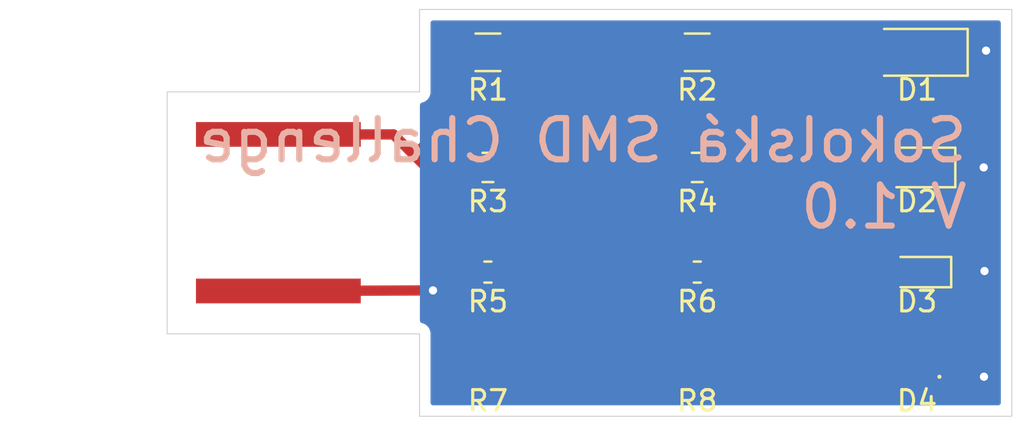
<source format=kicad_pcb>
(kicad_pcb (version 20171130) (host pcbnew 5.1.5+dfsg1-2build2)

  (general
    (thickness 1.6)
    (drawings 9)
    (tracks 38)
    (zones 0)
    (modules 13)
    (nets 11)
  )

  (page A4)
  (layers
    (0 F.Cu signal)
    (31 B.Cu signal)
    (32 B.Adhes user)
    (33 F.Adhes user)
    (34 B.Paste user)
    (35 F.Paste user)
    (36 B.SilkS user)
    (37 F.SilkS user)
    (38 B.Mask user)
    (39 F.Mask user)
    (40 Dwgs.User user)
    (41 Cmts.User user)
    (42 Eco1.User user)
    (43 Eco2.User user)
    (44 Edge.Cuts user)
    (45 Margin user)
    (46 B.CrtYd user)
    (47 F.CrtYd user)
    (48 B.Fab user)
    (49 F.Fab user hide)
  )

  (setup
    (last_trace_width 0.25)
    (user_trace_width 0.5)
    (trace_clearance 0.2)
    (zone_clearance 0.508)
    (zone_45_only no)
    (trace_min 0.2)
    (via_size 0.8)
    (via_drill 0.4)
    (via_min_size 0.4)
    (via_min_drill 0.3)
    (uvia_size 0.3)
    (uvia_drill 0.1)
    (uvias_allowed no)
    (uvia_min_size 0.2)
    (uvia_min_drill 0.1)
    (edge_width 0.05)
    (segment_width 0.2)
    (pcb_text_width 0.3)
    (pcb_text_size 1.5 1.5)
    (mod_edge_width 0.12)
    (mod_text_size 1 1)
    (mod_text_width 0.15)
    (pad_size 8 1.2)
    (pad_drill 0)
    (pad_to_mask_clearance 0.051)
    (solder_mask_min_width 0.25)
    (aux_axis_origin 0 0)
    (visible_elements 7FFFFFFF)
    (pcbplotparams
      (layerselection 0x010fc_ffffffff)
      (usegerberextensions false)
      (usegerberattributes false)
      (usegerberadvancedattributes false)
      (creategerberjobfile false)
      (excludeedgelayer true)
      (linewidth 0.100000)
      (plotframeref false)
      (viasonmask false)
      (mode 1)
      (useauxorigin false)
      (hpglpennumber 1)
      (hpglpenspeed 20)
      (hpglpendiameter 15.000000)
      (psnegative false)
      (psa4output false)
      (plotreference true)
      (plotvalue true)
      (plotinvisibletext false)
      (padsonsilk false)
      (subtractmaskfromsilk false)
      (outputformat 1)
      (mirror false)
      (drillshape 1)
      (scaleselection 1)
      (outputdirectory ""))
  )

  (net 0 "")
  (net 1 "Net-(D1-Pad2)")
  (net 2 GND)
  (net 3 "Net-(D2-Pad2)")
  (net 4 "Net-(D3-Pad2)")
  (net 5 "Net-(D4-Pad2)")
  (net 6 +5V)
  (net 7 "Net-(R1-Pad1)")
  (net 8 "Net-(R3-Pad1)")
  (net 9 "Net-(R5-Pad1)")
  (net 10 "Net-(R7-Pad1)")

  (net_class Default "Toto je výchozí třída sítě."
    (clearance 0.2)
    (trace_width 0.25)
    (via_dia 0.8)
    (via_drill 0.4)
    (uvia_dia 0.3)
    (uvia_drill 0.1)
    (add_net +5V)
    (add_net GND)
    (add_net "Net-(D1-Pad2)")
    (add_net "Net-(D2-Pad2)")
    (add_net "Net-(D3-Pad2)")
    (add_net "Net-(D4-Pad2)")
    (add_net "Net-(R1-Pad1)")
    (add_net "Net-(R3-Pad1)")
    (add_net "Net-(R5-Pad1)")
    (add_net "Net-(R7-Pad1)")
  )

  (module smd_challenge_sokolska:usb_supply (layer F.Cu) (tedit 5FBA3B57) (tstamp 5FBA370D)
    (at 73.6473 60.6171)
    (path /5FBA6898)
    (solder_mask_margin 0.05)
    (clearance 0.2)
    (attr smd)
    (fp_text reference U01 (at -8.2169 -4.8133) (layer F.SilkS) hide
      (effects (font (size 1 1) (thickness 0.15)))
    )
    (fp_text value usb_supply (at -1.0287 -8.509) (layer F.Fab)
      (effects (font (size 1 1) (thickness 0.15)))
    )
    (fp_text user "border of USB connector" (at -3.9116 7.8994) (layer Dwgs.User)
      (effects (font (size 1 1) (thickness 0.15)))
    )
    (fp_line (start 6.7 6) (end 6.7 10) (layer Dwgs.User) (width 0.12))
    (fp_line (start 6.7 -6) (end 6.7 -10) (layer Dwgs.User) (width 0.12))
    (fp_line (start -5.3 6) (end 6.7 6) (layer Dwgs.User) (width 0.12))
    (fp_line (start -5.3 -6) (end 6.7 -6) (layer Dwgs.User) (width 0.12))
    (fp_line (start -5.3 6) (end -5.3 -6) (layer Dwgs.User) (width 0.1))
    (pad VCC smd rect (at 0 -3.8) (size 8 1.2) (layers F.Cu F.Paste F.Mask)
      (net 6 +5V))
    (pad GND smd rect (at 0 3.8) (size 8 1.2) (layers F.Cu F.Paste F.Mask)
      (net 2 GND))
  )

  (module Resistor_SMD:R_0402_1005Metric (layer F.Cu) (tedit 5B301BBD) (tstamp 5FB98995)
    (at 93.98 68.58 180)
    (descr "Resistor SMD 0402 (1005 Metric), square (rectangular) end terminal, IPC_7351 nominal, (Body size source: http://www.tortai-tech.com/upload/download/2011102023233369053.pdf), generated with kicad-footprint-generator")
    (tags resistor)
    (path /5FB960EF)
    (attr smd)
    (fp_text reference R8 (at 0 -1.17) (layer F.SilkS)
      (effects (font (size 1 1) (thickness 0.15)))
    )
    (fp_text value 100R (at 0 1.17) (layer F.Fab)
      (effects (font (size 1 1) (thickness 0.15)))
    )
    (fp_text user %R (at 0 0) (layer F.Fab)
      (effects (font (size 0.25 0.25) (thickness 0.04)))
    )
    (fp_line (start 0.93 0.47) (end -0.93 0.47) (layer F.CrtYd) (width 0.05))
    (fp_line (start 0.93 -0.47) (end 0.93 0.47) (layer F.CrtYd) (width 0.05))
    (fp_line (start -0.93 -0.47) (end 0.93 -0.47) (layer F.CrtYd) (width 0.05))
    (fp_line (start -0.93 0.47) (end -0.93 -0.47) (layer F.CrtYd) (width 0.05))
    (fp_line (start 0.5 0.25) (end -0.5 0.25) (layer F.Fab) (width 0.1))
    (fp_line (start 0.5 -0.25) (end 0.5 0.25) (layer F.Fab) (width 0.1))
    (fp_line (start -0.5 -0.25) (end 0.5 -0.25) (layer F.Fab) (width 0.1))
    (fp_line (start -0.5 0.25) (end -0.5 -0.25) (layer F.Fab) (width 0.1))
    (pad 2 smd roundrect (at 0.485 0 180) (size 0.59 0.64) (layers F.Cu F.Paste F.Mask) (roundrect_rratio 0.25)
      (net 10 "Net-(R7-Pad1)"))
    (pad 1 smd roundrect (at -0.485 0 180) (size 0.59 0.64) (layers F.Cu F.Paste F.Mask) (roundrect_rratio 0.25)
      (net 5 "Net-(D4-Pad2)"))
    (model ${KISYS3DMOD}/Resistor_SMD.3dshapes/R_0402_1005Metric.wrl
      (at (xyz 0 0 0))
      (scale (xyz 1 1 1))
      (rotate (xyz 0 0 0))
    )
  )

  (module Resistor_SMD:R_0402_1005Metric (layer F.Cu) (tedit 5B301BBD) (tstamp 5FB98986)
    (at 83.82 68.58 180)
    (descr "Resistor SMD 0402 (1005 Metric), square (rectangular) end terminal, IPC_7351 nominal, (Body size source: http://www.tortai-tech.com/upload/download/2011102023233369053.pdf), generated with kicad-footprint-generator")
    (tags resistor)
    (path /5FB960F5)
    (attr smd)
    (fp_text reference R7 (at 0 -1.17) (layer F.SilkS)
      (effects (font (size 1 1) (thickness 0.15)))
    )
    (fp_text value 100R (at 0 1.17) (layer F.Fab)
      (effects (font (size 1 1) (thickness 0.15)))
    )
    (fp_text user %R (at 0 0) (layer F.Fab)
      (effects (font (size 0.25 0.25) (thickness 0.04)))
    )
    (fp_line (start 0.93 0.47) (end -0.93 0.47) (layer F.CrtYd) (width 0.05))
    (fp_line (start 0.93 -0.47) (end 0.93 0.47) (layer F.CrtYd) (width 0.05))
    (fp_line (start -0.93 -0.47) (end 0.93 -0.47) (layer F.CrtYd) (width 0.05))
    (fp_line (start -0.93 0.47) (end -0.93 -0.47) (layer F.CrtYd) (width 0.05))
    (fp_line (start 0.5 0.25) (end -0.5 0.25) (layer F.Fab) (width 0.1))
    (fp_line (start 0.5 -0.25) (end 0.5 0.25) (layer F.Fab) (width 0.1))
    (fp_line (start -0.5 -0.25) (end 0.5 -0.25) (layer F.Fab) (width 0.1))
    (fp_line (start -0.5 0.25) (end -0.5 -0.25) (layer F.Fab) (width 0.1))
    (pad 2 smd roundrect (at 0.485 0 180) (size 0.59 0.64) (layers F.Cu F.Paste F.Mask) (roundrect_rratio 0.25)
      (net 6 +5V))
    (pad 1 smd roundrect (at -0.485 0 180) (size 0.59 0.64) (layers F.Cu F.Paste F.Mask) (roundrect_rratio 0.25)
      (net 10 "Net-(R7-Pad1)"))
    (model ${KISYS3DMOD}/Resistor_SMD.3dshapes/R_0402_1005Metric.wrl
      (at (xyz 0 0 0))
      (scale (xyz 1 1 1))
      (rotate (xyz 0 0 0))
    )
  )

  (module Resistor_SMD:R_0603_1608Metric_Pad1.05x0.95mm_HandSolder (layer F.Cu) (tedit 5B301BBD) (tstamp 5FB98977)
    (at 93.98 63.5 180)
    (descr "Resistor SMD 0603 (1608 Metric), square (rectangular) end terminal, IPC_7351 nominal with elongated pad for handsoldering. (Body size source: http://www.tortai-tech.com/upload/download/2011102023233369053.pdf), generated with kicad-footprint-generator")
    (tags "resistor handsolder")
    (path /5FB95B4F)
    (attr smd)
    (fp_text reference R6 (at 0 -1.43) (layer F.SilkS)
      (effects (font (size 1 1) (thickness 0.15)))
    )
    (fp_text value 100R (at 0 1.43) (layer F.Fab)
      (effects (font (size 1 1) (thickness 0.15)))
    )
    (fp_text user %R (at 0 0) (layer F.Fab)
      (effects (font (size 0.4 0.4) (thickness 0.06)))
    )
    (fp_line (start 1.65 0.73) (end -1.65 0.73) (layer F.CrtYd) (width 0.05))
    (fp_line (start 1.65 -0.73) (end 1.65 0.73) (layer F.CrtYd) (width 0.05))
    (fp_line (start -1.65 -0.73) (end 1.65 -0.73) (layer F.CrtYd) (width 0.05))
    (fp_line (start -1.65 0.73) (end -1.65 -0.73) (layer F.CrtYd) (width 0.05))
    (fp_line (start -0.171267 0.51) (end 0.171267 0.51) (layer F.SilkS) (width 0.12))
    (fp_line (start -0.171267 -0.51) (end 0.171267 -0.51) (layer F.SilkS) (width 0.12))
    (fp_line (start 0.8 0.4) (end -0.8 0.4) (layer F.Fab) (width 0.1))
    (fp_line (start 0.8 -0.4) (end 0.8 0.4) (layer F.Fab) (width 0.1))
    (fp_line (start -0.8 -0.4) (end 0.8 -0.4) (layer F.Fab) (width 0.1))
    (fp_line (start -0.8 0.4) (end -0.8 -0.4) (layer F.Fab) (width 0.1))
    (pad 2 smd roundrect (at 0.875 0 180) (size 1.05 0.95) (layers F.Cu F.Paste F.Mask) (roundrect_rratio 0.25)
      (net 9 "Net-(R5-Pad1)"))
    (pad 1 smd roundrect (at -0.875 0 180) (size 1.05 0.95) (layers F.Cu F.Paste F.Mask) (roundrect_rratio 0.25)
      (net 4 "Net-(D3-Pad2)"))
    (model ${KISYS3DMOD}/Resistor_SMD.3dshapes/R_0603_1608Metric.wrl
      (at (xyz 0 0 0))
      (scale (xyz 1 1 1))
      (rotate (xyz 0 0 0))
    )
  )

  (module Resistor_SMD:R_0603_1608Metric_Pad1.05x0.95mm_HandSolder (layer F.Cu) (tedit 5B301BBD) (tstamp 5FB98966)
    (at 83.82 63.5 180)
    (descr "Resistor SMD 0603 (1608 Metric), square (rectangular) end terminal, IPC_7351 nominal with elongated pad for handsoldering. (Body size source: http://www.tortai-tech.com/upload/download/2011102023233369053.pdf), generated with kicad-footprint-generator")
    (tags "resistor handsolder")
    (path /5FB95B55)
    (attr smd)
    (fp_text reference R5 (at 0 -1.43) (layer F.SilkS)
      (effects (font (size 1 1) (thickness 0.15)))
    )
    (fp_text value 100R (at 0 1.43) (layer F.Fab)
      (effects (font (size 1 1) (thickness 0.15)))
    )
    (fp_text user %R (at 0 0) (layer F.Fab)
      (effects (font (size 0.4 0.4) (thickness 0.06)))
    )
    (fp_line (start 1.65 0.73) (end -1.65 0.73) (layer F.CrtYd) (width 0.05))
    (fp_line (start 1.65 -0.73) (end 1.65 0.73) (layer F.CrtYd) (width 0.05))
    (fp_line (start -1.65 -0.73) (end 1.65 -0.73) (layer F.CrtYd) (width 0.05))
    (fp_line (start -1.65 0.73) (end -1.65 -0.73) (layer F.CrtYd) (width 0.05))
    (fp_line (start -0.171267 0.51) (end 0.171267 0.51) (layer F.SilkS) (width 0.12))
    (fp_line (start -0.171267 -0.51) (end 0.171267 -0.51) (layer F.SilkS) (width 0.12))
    (fp_line (start 0.8 0.4) (end -0.8 0.4) (layer F.Fab) (width 0.1))
    (fp_line (start 0.8 -0.4) (end 0.8 0.4) (layer F.Fab) (width 0.1))
    (fp_line (start -0.8 -0.4) (end 0.8 -0.4) (layer F.Fab) (width 0.1))
    (fp_line (start -0.8 0.4) (end -0.8 -0.4) (layer F.Fab) (width 0.1))
    (pad 2 smd roundrect (at 0.875 0 180) (size 1.05 0.95) (layers F.Cu F.Paste F.Mask) (roundrect_rratio 0.25)
      (net 6 +5V))
    (pad 1 smd roundrect (at -0.875 0 180) (size 1.05 0.95) (layers F.Cu F.Paste F.Mask) (roundrect_rratio 0.25)
      (net 9 "Net-(R5-Pad1)"))
    (model ${KISYS3DMOD}/Resistor_SMD.3dshapes/R_0603_1608Metric.wrl
      (at (xyz 0 0 0))
      (scale (xyz 1 1 1))
      (rotate (xyz 0 0 0))
    )
  )

  (module Resistor_SMD:R_0805_2012Metric_Pad1.15x1.40mm_HandSolder (layer F.Cu) (tedit 5B36C52B) (tstamp 5FB98955)
    (at 93.98 58.42 180)
    (descr "Resistor SMD 0805 (2012 Metric), square (rectangular) end terminal, IPC_7351 nominal with elongated pad for handsoldering. (Body size source: https://docs.google.com/spreadsheets/d/1BsfQQcO9C6DZCsRaXUlFlo91Tg2WpOkGARC1WS5S8t0/edit?usp=sharing), generated with kicad-footprint-generator")
    (tags "resistor handsolder")
    (path /5FB9517E)
    (attr smd)
    (fp_text reference R4 (at 0 -1.65) (layer F.SilkS)
      (effects (font (size 1 1) (thickness 0.15)))
    )
    (fp_text value 100R (at 0 1.65) (layer F.Fab)
      (effects (font (size 1 1) (thickness 0.15)))
    )
    (fp_text user %R (at 0 0) (layer F.Fab)
      (effects (font (size 0.5 0.5) (thickness 0.08)))
    )
    (fp_line (start 1.85 0.95) (end -1.85 0.95) (layer F.CrtYd) (width 0.05))
    (fp_line (start 1.85 -0.95) (end 1.85 0.95) (layer F.CrtYd) (width 0.05))
    (fp_line (start -1.85 -0.95) (end 1.85 -0.95) (layer F.CrtYd) (width 0.05))
    (fp_line (start -1.85 0.95) (end -1.85 -0.95) (layer F.CrtYd) (width 0.05))
    (fp_line (start -0.261252 0.71) (end 0.261252 0.71) (layer F.SilkS) (width 0.12))
    (fp_line (start -0.261252 -0.71) (end 0.261252 -0.71) (layer F.SilkS) (width 0.12))
    (fp_line (start 1 0.6) (end -1 0.6) (layer F.Fab) (width 0.1))
    (fp_line (start 1 -0.6) (end 1 0.6) (layer F.Fab) (width 0.1))
    (fp_line (start -1 -0.6) (end 1 -0.6) (layer F.Fab) (width 0.1))
    (fp_line (start -1 0.6) (end -1 -0.6) (layer F.Fab) (width 0.1))
    (pad 2 smd roundrect (at 1.025 0 180) (size 1.15 1.4) (layers F.Cu F.Paste F.Mask) (roundrect_rratio 0.217391)
      (net 8 "Net-(R3-Pad1)"))
    (pad 1 smd roundrect (at -1.025 0 180) (size 1.15 1.4) (layers F.Cu F.Paste F.Mask) (roundrect_rratio 0.217391)
      (net 3 "Net-(D2-Pad2)"))
    (model ${KISYS3DMOD}/Resistor_SMD.3dshapes/R_0805_2012Metric.wrl
      (at (xyz 0 0 0))
      (scale (xyz 1 1 1))
      (rotate (xyz 0 0 0))
    )
  )

  (module Resistor_SMD:R_0805_2012Metric_Pad1.15x1.40mm_HandSolder (layer F.Cu) (tedit 5B36C52B) (tstamp 5FB98944)
    (at 83.82 58.42 180)
    (descr "Resistor SMD 0805 (2012 Metric), square (rectangular) end terminal, IPC_7351 nominal with elongated pad for handsoldering. (Body size source: https://docs.google.com/spreadsheets/d/1BsfQQcO9C6DZCsRaXUlFlo91Tg2WpOkGARC1WS5S8t0/edit?usp=sharing), generated with kicad-footprint-generator")
    (tags "resistor handsolder")
    (path /5FB95184)
    (attr smd)
    (fp_text reference R3 (at 0 -1.65) (layer F.SilkS)
      (effects (font (size 1 1) (thickness 0.15)))
    )
    (fp_text value 100R (at 0 1.65) (layer F.Fab)
      (effects (font (size 1 1) (thickness 0.15)))
    )
    (fp_text user %R (at 0 0) (layer F.Fab)
      (effects (font (size 0.5 0.5) (thickness 0.08)))
    )
    (fp_line (start 1.85 0.95) (end -1.85 0.95) (layer F.CrtYd) (width 0.05))
    (fp_line (start 1.85 -0.95) (end 1.85 0.95) (layer F.CrtYd) (width 0.05))
    (fp_line (start -1.85 -0.95) (end 1.85 -0.95) (layer F.CrtYd) (width 0.05))
    (fp_line (start -1.85 0.95) (end -1.85 -0.95) (layer F.CrtYd) (width 0.05))
    (fp_line (start -0.261252 0.71) (end 0.261252 0.71) (layer F.SilkS) (width 0.12))
    (fp_line (start -0.261252 -0.71) (end 0.261252 -0.71) (layer F.SilkS) (width 0.12))
    (fp_line (start 1 0.6) (end -1 0.6) (layer F.Fab) (width 0.1))
    (fp_line (start 1 -0.6) (end 1 0.6) (layer F.Fab) (width 0.1))
    (fp_line (start -1 -0.6) (end 1 -0.6) (layer F.Fab) (width 0.1))
    (fp_line (start -1 0.6) (end -1 -0.6) (layer F.Fab) (width 0.1))
    (pad 2 smd roundrect (at 1.025 0 180) (size 1.15 1.4) (layers F.Cu F.Paste F.Mask) (roundrect_rratio 0.217391)
      (net 6 +5V))
    (pad 1 smd roundrect (at -1.025 0 180) (size 1.15 1.4) (layers F.Cu F.Paste F.Mask) (roundrect_rratio 0.217391)
      (net 8 "Net-(R3-Pad1)"))
    (model ${KISYS3DMOD}/Resistor_SMD.3dshapes/R_0805_2012Metric.wrl
      (at (xyz 0 0 0))
      (scale (xyz 1 1 1))
      (rotate (xyz 0 0 0))
    )
  )

  (module Resistor_SMD:R_1206_3216Metric_Pad1.42x1.75mm_HandSolder (layer F.Cu) (tedit 5B301BBD) (tstamp 5FB98933)
    (at 93.98 52.832 180)
    (descr "Resistor SMD 1206 (3216 Metric), square (rectangular) end terminal, IPC_7351 nominal with elongated pad for handsoldering. (Body size source: http://www.tortai-tech.com/upload/download/2011102023233369053.pdf), generated with kicad-footprint-generator")
    (tags "resistor handsolder")
    (path /5FB93639)
    (attr smd)
    (fp_text reference R2 (at 0 -1.82) (layer F.SilkS)
      (effects (font (size 1 1) (thickness 0.15)))
    )
    (fp_text value 100R (at 0 1.82) (layer F.Fab)
      (effects (font (size 1 1) (thickness 0.15)))
    )
    (fp_text user %R (at 0 0 270) (layer F.Fab)
      (effects (font (size 0.8 0.8) (thickness 0.12)))
    )
    (fp_line (start 2.45 1.12) (end -2.45 1.12) (layer F.CrtYd) (width 0.05))
    (fp_line (start 2.45 -1.12) (end 2.45 1.12) (layer F.CrtYd) (width 0.05))
    (fp_line (start -2.45 -1.12) (end 2.45 -1.12) (layer F.CrtYd) (width 0.05))
    (fp_line (start -2.45 1.12) (end -2.45 -1.12) (layer F.CrtYd) (width 0.05))
    (fp_line (start -0.602064 0.91) (end 0.602064 0.91) (layer F.SilkS) (width 0.12))
    (fp_line (start -0.602064 -0.91) (end 0.602064 -0.91) (layer F.SilkS) (width 0.12))
    (fp_line (start 1.6 0.8) (end -1.6 0.8) (layer F.Fab) (width 0.1))
    (fp_line (start 1.6 -0.8) (end 1.6 0.8) (layer F.Fab) (width 0.1))
    (fp_line (start -1.6 -0.8) (end 1.6 -0.8) (layer F.Fab) (width 0.1))
    (fp_line (start -1.6 0.8) (end -1.6 -0.8) (layer F.Fab) (width 0.1))
    (pad 2 smd roundrect (at 1.4875 0 180) (size 1.425 1.75) (layers F.Cu F.Paste F.Mask) (roundrect_rratio 0.175439)
      (net 7 "Net-(R1-Pad1)"))
    (pad 1 smd roundrect (at -1.4875 0 180) (size 1.425 1.75) (layers F.Cu F.Paste F.Mask) (roundrect_rratio 0.175439)
      (net 1 "Net-(D1-Pad2)"))
    (model ${KISYS3DMOD}/Resistor_SMD.3dshapes/R_1206_3216Metric.wrl
      (at (xyz 0 0 0))
      (scale (xyz 1 1 1))
      (rotate (xyz 0 0 0))
    )
  )

  (module Resistor_SMD:R_1206_3216Metric_Pad1.42x1.75mm_HandSolder (layer F.Cu) (tedit 5B301BBD) (tstamp 5FB98922)
    (at 83.82 52.832 180)
    (descr "Resistor SMD 1206 (3216 Metric), square (rectangular) end terminal, IPC_7351 nominal with elongated pad for handsoldering. (Body size source: http://www.tortai-tech.com/upload/download/2011102023233369053.pdf), generated with kicad-footprint-generator")
    (tags "resistor handsolder")
    (path /5FB93FD3)
    (attr smd)
    (fp_text reference R1 (at 0 -1.82) (layer F.SilkS)
      (effects (font (size 1 1) (thickness 0.15)))
    )
    (fp_text value 100R (at 0 1.82) (layer F.Fab)
      (effects (font (size 1 1) (thickness 0.15)))
    )
    (fp_text user %R (at 0 0) (layer F.Fab)
      (effects (font (size 0.8 0.8) (thickness 0.12)))
    )
    (fp_line (start 2.45 1.12) (end -2.45 1.12) (layer F.CrtYd) (width 0.05))
    (fp_line (start 2.45 -1.12) (end 2.45 1.12) (layer F.CrtYd) (width 0.05))
    (fp_line (start -2.45 -1.12) (end 2.45 -1.12) (layer F.CrtYd) (width 0.05))
    (fp_line (start -2.45 1.12) (end -2.45 -1.12) (layer F.CrtYd) (width 0.05))
    (fp_line (start -0.602064 0.91) (end 0.602064 0.91) (layer F.SilkS) (width 0.12))
    (fp_line (start -0.602064 -0.91) (end 0.602064 -0.91) (layer F.SilkS) (width 0.12))
    (fp_line (start 1.6 0.8) (end -1.6 0.8) (layer F.Fab) (width 0.1))
    (fp_line (start 1.6 -0.8) (end 1.6 0.8) (layer F.Fab) (width 0.1))
    (fp_line (start -1.6 -0.8) (end 1.6 -0.8) (layer F.Fab) (width 0.1))
    (fp_line (start -1.6 0.8) (end -1.6 -0.8) (layer F.Fab) (width 0.1))
    (pad 2 smd roundrect (at 1.4875 0 180) (size 1.425 1.75) (layers F.Cu F.Paste F.Mask) (roundrect_rratio 0.175439)
      (net 6 +5V))
    (pad 1 smd roundrect (at -1.4875 0 180) (size 1.425 1.75) (layers F.Cu F.Paste F.Mask) (roundrect_rratio 0.175439)
      (net 7 "Net-(R1-Pad1)"))
    (model ${KISYS3DMOD}/Resistor_SMD.3dshapes/R_1206_3216Metric.wrl
      (at (xyz 0 0 0))
      (scale (xyz 1 1 1))
      (rotate (xyz 0 0 0))
    )
  )

  (module LED_SMD:LED_0402_1005Metric (layer F.Cu) (tedit 5B301BBE) (tstamp 5FBA0378)
    (at 104.648 68.58 180)
    (descr "LED SMD 0402 (1005 Metric), square (rectangular) end terminal, IPC_7351 nominal, (Body size source: http://www.tortai-tech.com/upload/download/2011102023233369053.pdf), generated with kicad-footprint-generator")
    (tags LED)
    (path /5FB960E9)
    (attr smd)
    (fp_text reference D4 (at 0 -1.17) (layer F.SilkS)
      (effects (font (size 1 1) (thickness 0.15)))
    )
    (fp_text value LED_YG (at 0 1.17) (layer F.Fab)
      (effects (font (size 1 1) (thickness 0.15)))
    )
    (fp_text user %R (at 0 0) (layer F.Fab)
      (effects (font (size 0.25 0.25) (thickness 0.04)))
    )
    (fp_line (start 0.93 0.47) (end -0.93 0.47) (layer F.CrtYd) (width 0.05))
    (fp_line (start 0.93 -0.47) (end 0.93 0.47) (layer F.CrtYd) (width 0.05))
    (fp_line (start -0.93 -0.47) (end 0.93 -0.47) (layer F.CrtYd) (width 0.05))
    (fp_line (start -0.93 0.47) (end -0.93 -0.47) (layer F.CrtYd) (width 0.05))
    (fp_line (start -0.3 0.25) (end -0.3 -0.25) (layer F.Fab) (width 0.1))
    (fp_line (start -0.4 0.25) (end -0.4 -0.25) (layer F.Fab) (width 0.1))
    (fp_line (start 0.5 0.25) (end -0.5 0.25) (layer F.Fab) (width 0.1))
    (fp_line (start 0.5 -0.25) (end 0.5 0.25) (layer F.Fab) (width 0.1))
    (fp_line (start -0.5 -0.25) (end 0.5 -0.25) (layer F.Fab) (width 0.1))
    (fp_line (start -0.5 0.25) (end -0.5 -0.25) (layer F.Fab) (width 0.1))
    (fp_circle (center -1.09 0) (end -1.04 0) (layer F.SilkS) (width 0.1))
    (pad 2 smd roundrect (at 0.485 0 180) (size 0.59 0.64) (layers F.Cu F.Paste F.Mask) (roundrect_rratio 0.25)
      (net 5 "Net-(D4-Pad2)"))
    (pad 1 smd roundrect (at -0.485 0 180) (size 0.59 0.64) (layers F.Cu F.Paste F.Mask) (roundrect_rratio 0.25)
      (net 2 GND))
    (model ${KISYS3DMOD}/LED_SMD.3dshapes/LED_0402_1005Metric.wrl
      (at (xyz 0 0 0))
      (scale (xyz 1 1 1))
      (rotate (xyz 0 0 0))
    )
  )

  (module LED_SMD:LED_0603_1608Metric_Pad1.05x0.95mm_HandSolder (layer F.Cu) (tedit 5B4B45C9) (tstamp 5FB988FF)
    (at 104.648 63.5 180)
    (descr "LED SMD 0603 (1608 Metric), square (rectangular) end terminal, IPC_7351 nominal, (Body size source: http://www.tortai-tech.com/upload/download/2011102023233369053.pdf), generated with kicad-footprint-generator")
    (tags "LED handsolder")
    (path /5FB95B49)
    (attr smd)
    (fp_text reference D3 (at 0 -1.43) (layer F.SilkS)
      (effects (font (size 1 1) (thickness 0.15)))
    )
    (fp_text value LED_Y (at 0 1.43) (layer F.Fab)
      (effects (font (size 1 1) (thickness 0.15)))
    )
    (fp_text user %R (at 0 0) (layer F.Fab)
      (effects (font (size 0.4 0.4) (thickness 0.06)))
    )
    (fp_line (start 1.65 0.73) (end -1.65 0.73) (layer F.CrtYd) (width 0.05))
    (fp_line (start 1.65 -0.73) (end 1.65 0.73) (layer F.CrtYd) (width 0.05))
    (fp_line (start -1.65 -0.73) (end 1.65 -0.73) (layer F.CrtYd) (width 0.05))
    (fp_line (start -1.65 0.73) (end -1.65 -0.73) (layer F.CrtYd) (width 0.05))
    (fp_line (start -1.66 0.735) (end 0.8 0.735) (layer F.SilkS) (width 0.12))
    (fp_line (start -1.66 -0.735) (end -1.66 0.735) (layer F.SilkS) (width 0.12))
    (fp_line (start 0.8 -0.735) (end -1.66 -0.735) (layer F.SilkS) (width 0.12))
    (fp_line (start 0.8 0.4) (end 0.8 -0.4) (layer F.Fab) (width 0.1))
    (fp_line (start -0.8 0.4) (end 0.8 0.4) (layer F.Fab) (width 0.1))
    (fp_line (start -0.8 -0.1) (end -0.8 0.4) (layer F.Fab) (width 0.1))
    (fp_line (start -0.5 -0.4) (end -0.8 -0.1) (layer F.Fab) (width 0.1))
    (fp_line (start 0.8 -0.4) (end -0.5 -0.4) (layer F.Fab) (width 0.1))
    (pad 2 smd roundrect (at 0.875 0 180) (size 1.05 0.95) (layers F.Cu F.Paste F.Mask) (roundrect_rratio 0.25)
      (net 4 "Net-(D3-Pad2)"))
    (pad 1 smd roundrect (at -0.875 0 180) (size 1.05 0.95) (layers F.Cu F.Paste F.Mask) (roundrect_rratio 0.25)
      (net 2 GND))
    (model ${KISYS3DMOD}/LED_SMD.3dshapes/LED_0603_1608Metric.wrl
      (at (xyz 0 0 0))
      (scale (xyz 1 1 1))
      (rotate (xyz 0 0 0))
    )
  )

  (module LED_SMD:LED_0805_2012Metric_Pad1.15x1.40mm_HandSolder (layer F.Cu) (tedit 5B4B45C9) (tstamp 5FB988EC)
    (at 104.648 58.42 180)
    (descr "LED SMD 0805 (2012 Metric), square (rectangular) end terminal, IPC_7351 nominal, (Body size source: https://docs.google.com/spreadsheets/d/1BsfQQcO9C6DZCsRaXUlFlo91Tg2WpOkGARC1WS5S8t0/edit?usp=sharing), generated with kicad-footprint-generator")
    (tags "LED handsolder")
    (path /5FB95178)
    (attr smd)
    (fp_text reference D2 (at 0 -1.65) (layer F.SilkS)
      (effects (font (size 1 1) (thickness 0.15)))
    )
    (fp_text value LED_O (at 0 1.65) (layer F.Fab)
      (effects (font (size 1 1) (thickness 0.15)))
    )
    (fp_text user %R (at 0 0) (layer F.Fab)
      (effects (font (size 0.5 0.5) (thickness 0.08)))
    )
    (fp_line (start 1.85 0.95) (end -1.85 0.95) (layer F.CrtYd) (width 0.05))
    (fp_line (start 1.85 -0.95) (end 1.85 0.95) (layer F.CrtYd) (width 0.05))
    (fp_line (start -1.85 -0.95) (end 1.85 -0.95) (layer F.CrtYd) (width 0.05))
    (fp_line (start -1.85 0.95) (end -1.85 -0.95) (layer F.CrtYd) (width 0.05))
    (fp_line (start -1.86 0.96) (end 1 0.96) (layer F.SilkS) (width 0.12))
    (fp_line (start -1.86 -0.96) (end -1.86 0.96) (layer F.SilkS) (width 0.12))
    (fp_line (start 1 -0.96) (end -1.86 -0.96) (layer F.SilkS) (width 0.12))
    (fp_line (start 1 0.6) (end 1 -0.6) (layer F.Fab) (width 0.1))
    (fp_line (start -1 0.6) (end 1 0.6) (layer F.Fab) (width 0.1))
    (fp_line (start -1 -0.3) (end -1 0.6) (layer F.Fab) (width 0.1))
    (fp_line (start -0.7 -0.6) (end -1 -0.3) (layer F.Fab) (width 0.1))
    (fp_line (start 1 -0.6) (end -0.7 -0.6) (layer F.Fab) (width 0.1))
    (pad 2 smd roundrect (at 1.025 0 180) (size 1.15 1.4) (layers F.Cu F.Paste F.Mask) (roundrect_rratio 0.217391)
      (net 3 "Net-(D2-Pad2)"))
    (pad 1 smd roundrect (at -1.025 0 180) (size 1.15 1.4) (layers F.Cu F.Paste F.Mask) (roundrect_rratio 0.217391)
      (net 2 GND))
    (model ${KISYS3DMOD}/LED_SMD.3dshapes/LED_0805_2012Metric.wrl
      (at (xyz 0 0 0))
      (scale (xyz 1 1 1))
      (rotate (xyz 0 0 0))
    )
  )

  (module LED_SMD:LED_1206_3216Metric_Pad1.42x1.75mm_HandSolder (layer F.Cu) (tedit 5B4B45C9) (tstamp 5FB98BAF)
    (at 104.648 52.832 180)
    (descr "LED SMD 1206 (3216 Metric), square (rectangular) end terminal, IPC_7351 nominal, (Body size source: http://www.tortai-tech.com/upload/download/2011102023233369053.pdf), generated with kicad-footprint-generator")
    (tags "LED handsolder")
    (path /5FB92B41)
    (attr smd)
    (fp_text reference D1 (at 0 -1.82) (layer F.SilkS)
      (effects (font (size 1 1) (thickness 0.15)))
    )
    (fp_text value LED_R (at 0 1.82) (layer F.Fab)
      (effects (font (size 1 1) (thickness 0.15)))
    )
    (fp_text user %R (at 0 0) (layer F.Fab)
      (effects (font (size 0.8 0.8) (thickness 0.12)))
    )
    (fp_line (start 2.45 1.12) (end -2.45 1.12) (layer F.CrtYd) (width 0.05))
    (fp_line (start 2.45 -1.12) (end 2.45 1.12) (layer F.CrtYd) (width 0.05))
    (fp_line (start -2.45 -1.12) (end 2.45 -1.12) (layer F.CrtYd) (width 0.05))
    (fp_line (start -2.45 1.12) (end -2.45 -1.12) (layer F.CrtYd) (width 0.05))
    (fp_line (start -2.46 1.135) (end 1.6 1.135) (layer F.SilkS) (width 0.12))
    (fp_line (start -2.46 -1.135) (end -2.46 1.135) (layer F.SilkS) (width 0.12))
    (fp_line (start 1.6 -1.135) (end -2.46 -1.135) (layer F.SilkS) (width 0.12))
    (fp_line (start 1.6 0.8) (end 1.6 -0.8) (layer F.Fab) (width 0.1))
    (fp_line (start -1.6 0.8) (end 1.6 0.8) (layer F.Fab) (width 0.1))
    (fp_line (start -1.6 -0.4) (end -1.6 0.8) (layer F.Fab) (width 0.1))
    (fp_line (start -1.2 -0.8) (end -1.6 -0.4) (layer F.Fab) (width 0.1))
    (fp_line (start 1.6 -0.8) (end -1.2 -0.8) (layer F.Fab) (width 0.1))
    (pad 2 smd roundrect (at 1.4875 0 180) (size 1.425 1.75) (layers F.Cu F.Paste F.Mask) (roundrect_rratio 0.175439)
      (net 1 "Net-(D1-Pad2)"))
    (pad 1 smd roundrect (at -1.4875 0 180) (size 1.425 1.75) (layers F.Cu F.Paste F.Mask) (roundrect_rratio 0.175439)
      (net 2 GND))
    (model ${KISYS3DMOD}/LED_SMD.3dshapes/LED_1206_3216Metric.wrl
      (at (xyz 0 0 0))
      (scale (xyz 1 1 1))
      (rotate (xyz 0 0 0))
    )
  )

  (gr_text "Sokolská SMD Challenge\nV 1.0" (at 107.2388 58.7248) (layer B.SilkS)
    (effects (font (size 2 2) (thickness 0.3)) (justify left mirror))
  )
  (gr_line (start 80.5 54.75) (end 80.5 50.75) (layer Edge.Cuts) (width 0.05) (tstamp 5FBA501C))
  (gr_line (start 68.25 54.75) (end 80.5 54.75) (layer Edge.Cuts) (width 0.05))
  (gr_line (start 68.25 66.5) (end 68.25 54.75) (layer Edge.Cuts) (width 0.05))
  (gr_line (start 80.5 66.5) (end 68.25 66.5) (layer Edge.Cuts) (width 0.05))
  (gr_line (start 80.5 70.5) (end 80.5 66.5) (layer Edge.Cuts) (width 0.05))
  (gr_line (start 109.25 70.5) (end 80.5 70.5) (layer Edge.Cuts) (width 0.05))
  (gr_line (start 109.25 50.75) (end 109.25 70.5) (layer Edge.Cuts) (width 0.05))
  (gr_line (start 80.5 50.75) (end 109.25 50.75) (layer Edge.Cuts) (width 0.05))

  (segment (start 95.4675 52.832) (end 103.1605 52.832) (width 0.25) (layer F.Cu) (net 1))
  (via (at 108 52.75) (size 0.8) (drill 0.4) (layers F.Cu B.Cu) (net 2))
  (segment (start 106.1355 52.832) (end 107.918 52.832) (width 0.25) (layer F.Cu) (net 2))
  (segment (start 107.918 52.832) (end 108 52.75) (width 0.25) (layer F.Cu) (net 2))
  (segment (start 105.673 58.42) (end 106.248 58.42) (width 0.25) (layer F.Cu) (net 2))
  (via (at 107.8865 58.42) (size 0.8) (drill 0.4) (layers F.Cu B.Cu) (net 2))
  (segment (start 106.248 58.42) (end 107.8865 58.42) (width 0.25) (layer F.Cu) (net 2))
  (segment (start 106.048 63.5) (end 106.0988 63.4492) (width 0.25) (layer F.Cu) (net 2))
  (segment (start 105.523 63.5) (end 106.048 63.5) (width 0.25) (layer F.Cu) (net 2))
  (via (at 107.9246 63.4492) (size 0.8) (drill 0.4) (layers F.Cu B.Cu) (net 2))
  (segment (start 106.0988 63.4492) (end 107.9246 63.4492) (width 0.25) (layer F.Cu) (net 2))
  (via (at 107.8992 68.58) (size 0.8) (drill 0.4) (layers F.Cu B.Cu) (net 2))
  (segment (start 105.133 68.58) (end 107.8992 68.58) (width 0.25) (layer F.Cu) (net 2))
  (segment (start 73.6473 64.4171) (end 81.153 64.389) (width 0.5) (layer F.Cu) (net 2))
  (via (at 81.153 64.389) (size 0.8) (drill 0.4) (layers F.Cu B.Cu) (net 2))
  (segment (start 95.005 58.42) (end 103.623 58.42) (width 0.25) (layer F.Cu) (net 3))
  (segment (start 94.855 63.5) (end 103.773 63.5) (width 0.25) (layer F.Cu) (net 4))
  (segment (start 94.465 68.58) (end 103.632 68.58) (width 0.25) (layer F.Cu) (net 5))
  (segment (start 103.632 68.58) (end 104.163 68.58) (width 0.25) (layer F.Cu) (net 5))
  (segment (start 73.6473 56.8171) (end 79.2326 56.8171) (width 0.5) (layer F.Cu) (net 6))
  (segment (start 80.8355 58.42) (end 82.795 58.42) (width 0.5) (layer F.Cu) (net 6))
  (segment (start 82.3325 53.707) (end 82.3325 52.832) (width 0.25) (layer F.Cu) (net 6))
  (segment (start 79.2326 56.8171) (end 79.2326 56.8069) (width 0.25) (layer F.Cu) (net 6))
  (segment (start 80.1624 57.7469) (end 82.3341 55.5752) (width 0.25) (layer F.Cu) (net 6))
  (segment (start 79.2326 56.8171) (end 80.1624 57.7469) (width 0.5) (layer F.Cu) (net 6))
  (segment (start 80.1624 57.7469) (end 80.8355 58.42) (width 0.5) (layer F.Cu) (net 6))
  (segment (start 82.3325 55.5736) (end 82.3325 52.832) (width 0.25) (layer F.Cu) (net 6))
  (segment (start 82.3341 55.5752) (end 82.3325 55.5736) (width 0.25) (layer F.Cu) (net 6))
  (segment (start 80.8355 62.8015) (end 80.8355 58.42) (width 0.25) (layer F.Cu) (net 6))
  (segment (start 81.534 63.5) (end 80.8355 62.8015) (width 0.25) (layer F.Cu) (net 6))
  (segment (start 82.945 63.5) (end 81.534 63.5) (width 0.25) (layer F.Cu) (net 6))
  (segment (start 82.296 68.58) (end 83.335 68.58) (width 0.25) (layer F.Cu) (net 6))
  (segment (start 81.915 68.072) (end 82.296 68.58) (width 0.25) (layer F.Cu) (net 6))
  (segment (start 81.915 63.5) (end 81.915 68.072) (width 0.25) (layer F.Cu) (net 6))
  (segment (start 85.3075 52.832) (end 92.4925 52.832) (width 0.25) (layer F.Cu) (net 7))
  (segment (start 84.845 58.42) (end 92.955 58.42) (width 0.25) (layer F.Cu) (net 8))
  (segment (start 84.695 63.5) (end 93.105 63.5) (width 0.25) (layer F.Cu) (net 9))
  (segment (start 84.305 68.58) (end 93.495 68.58) (width 0.25) (layer F.Cu) (net 10))

  (zone (net 2) (net_name GND) (layer B.Cu) (tstamp 5FBA3A33) (hatch edge 0.508)
    (connect_pads (clearance 0.508))
    (min_thickness 0.254)
    (fill yes (arc_segments 32) (thermal_gap 0.508) (thermal_bridge_width 0.508))
    (polygon
      (pts
        (xy 109.855 70.866) (xy 80.518 70.866) (xy 80.518 50.292) (xy 109.855 50.292)
      )
    )
    (filled_polygon
      (pts
        (xy 108.590001 69.84) (xy 81.16 69.84) (xy 81.16 66.532419) (xy 81.163193 66.5) (xy 81.15045 66.370617)
        (xy 81.11271 66.246207) (xy 81.051425 66.13155) (xy 80.968948 66.031052) (xy 80.86845 65.948575) (xy 80.753793 65.88729)
        (xy 80.645 65.854287) (xy 80.645 55.395713) (xy 80.753793 55.36271) (xy 80.86845 55.301425) (xy 80.968948 55.218948)
        (xy 81.051425 55.11845) (xy 81.11271 55.003793) (xy 81.15045 54.879383) (xy 81.163193 54.75) (xy 81.16 54.717581)
        (xy 81.16 51.41) (xy 108.59 51.41)
      )
    )
  )
)

</source>
